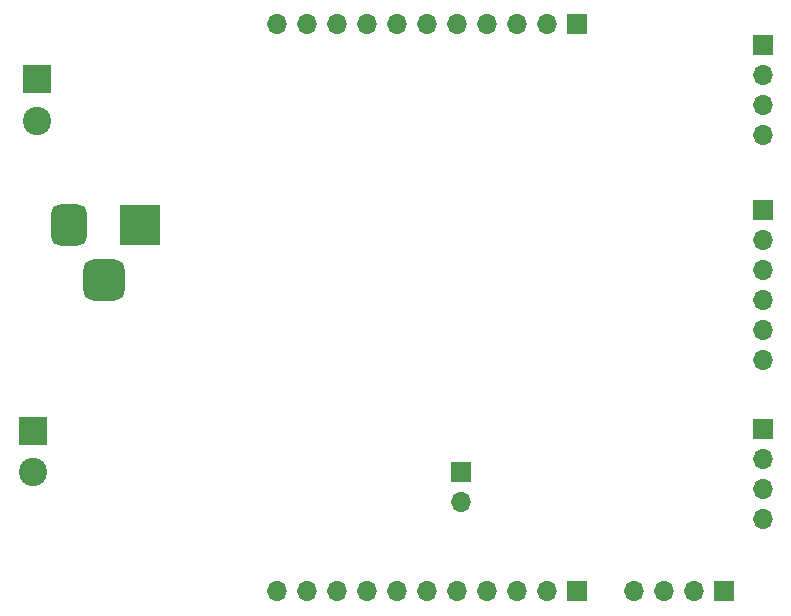
<source format=gbs>
%TF.GenerationSoftware,KiCad,Pcbnew,(6.0.9-0)*%
%TF.CreationDate,2023-01-06T11:38:35+01:00*%
%TF.ProjectId,HumidityLoggerBreakout,48756d69-6469-4747-994c-6f6767657242,rev?*%
%TF.SameCoordinates,Original*%
%TF.FileFunction,Soldermask,Bot*%
%TF.FilePolarity,Negative*%
%FSLAX46Y46*%
G04 Gerber Fmt 4.6, Leading zero omitted, Abs format (unit mm)*
G04 Created by KiCad (PCBNEW (6.0.9-0)) date 2023-01-06 11:38:35*
%MOMM*%
%LPD*%
G01*
G04 APERTURE LIST*
G04 Aperture macros list*
%AMRoundRect*
0 Rectangle with rounded corners*
0 $1 Rounding radius*
0 $2 $3 $4 $5 $6 $7 $8 $9 X,Y pos of 4 corners*
0 Add a 4 corners polygon primitive as box body*
4,1,4,$2,$3,$4,$5,$6,$7,$8,$9,$2,$3,0*
0 Add four circle primitives for the rounded corners*
1,1,$1+$1,$2,$3*
1,1,$1+$1,$4,$5*
1,1,$1+$1,$6,$7*
1,1,$1+$1,$8,$9*
0 Add four rect primitives between the rounded corners*
20,1,$1+$1,$2,$3,$4,$5,0*
20,1,$1+$1,$4,$5,$6,$7,0*
20,1,$1+$1,$6,$7,$8,$9,0*
20,1,$1+$1,$8,$9,$2,$3,0*%
G04 Aperture macros list end*
%ADD10R,2.400000X2.400000*%
%ADD11C,2.400000*%
%ADD12R,1.700000X1.700000*%
%ADD13O,1.700000X1.700000*%
%ADD14R,3.500000X3.500000*%
%ADD15RoundRect,0.750000X-0.750000X-1.000000X0.750000X-1.000000X0.750000X1.000000X-0.750000X1.000000X0*%
%ADD16RoundRect,0.875000X-0.875000X-0.875000X0.875000X-0.875000X0.875000X0.875000X-0.875000X0.875000X0*%
G04 APERTURE END LIST*
D10*
%TO.C,J2*%
X95377000Y-56642000D03*
D11*
X95377000Y-60142000D03*
%TD*%
D12*
%TO.C,J3*%
X156845000Y-67691000D03*
D13*
X156845000Y-70231000D03*
X156845000Y-72771000D03*
X156845000Y-75311000D03*
X156845000Y-77851000D03*
X156845000Y-80391000D03*
%TD*%
D12*
%TO.C,J6*%
X141150000Y-100000000D03*
D13*
X138610000Y-100000000D03*
X136070000Y-100000000D03*
X133530000Y-100000000D03*
X130990000Y-100000000D03*
X128450000Y-100000000D03*
X125910000Y-100000000D03*
X123370000Y-100000000D03*
X120830000Y-100000000D03*
X118290000Y-100000000D03*
X115750000Y-100000000D03*
%TD*%
D12*
%TO.C,J9*%
X156845000Y-86233000D03*
D13*
X156845000Y-88773000D03*
X156845000Y-91313000D03*
X156845000Y-93853000D03*
%TD*%
D12*
%TO.C,J7*%
X141150000Y-52000000D03*
D13*
X138610000Y-52000000D03*
X136070000Y-52000000D03*
X133530000Y-52000000D03*
X130990000Y-52000000D03*
X128450000Y-52000000D03*
X125910000Y-52000000D03*
X123370000Y-52000000D03*
X120830000Y-52000000D03*
X118290000Y-52000000D03*
X115750000Y-52000000D03*
%TD*%
D12*
%TO.C,J4*%
X156845000Y-53721000D03*
D13*
X156845000Y-56261000D03*
X156845000Y-58801000D03*
X156845000Y-61341000D03*
%TD*%
D12*
%TO.C,J5*%
X131318000Y-89911000D03*
D13*
X131318000Y-92451000D03*
%TD*%
D14*
%TO.C,J1*%
X104100000Y-68960000D03*
D15*
X98100000Y-68960000D03*
D16*
X101100000Y-73660000D03*
%TD*%
D12*
%TO.C,J8*%
X153600000Y-100000000D03*
D13*
X151060000Y-100000000D03*
X148520000Y-100000000D03*
X145980000Y-100000000D03*
%TD*%
D10*
%TO.C,J10*%
X95061000Y-86388000D03*
D11*
X95061000Y-89888000D03*
%TD*%
M02*

</source>
